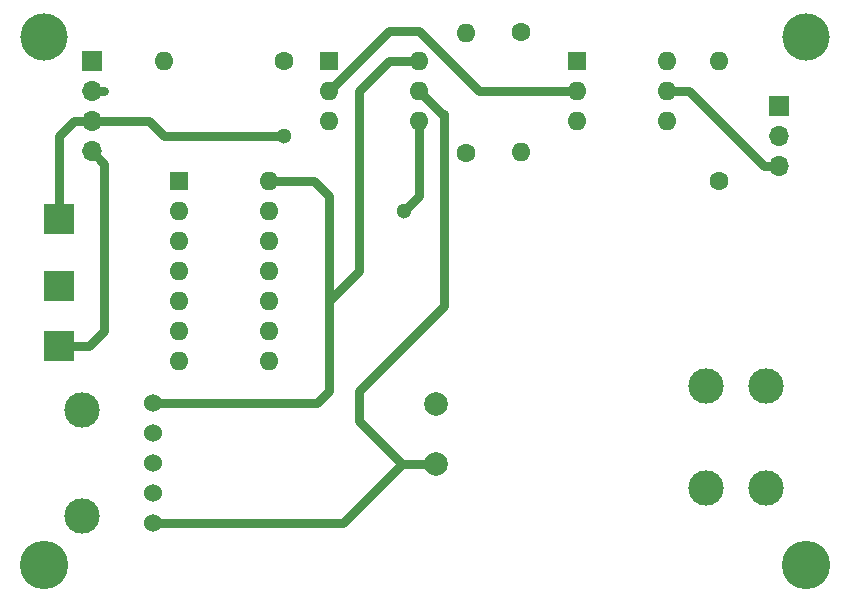
<source format=gbr>
%TF.GenerationSoftware,KiCad,Pcbnew,7.0.10*%
%TF.CreationDate,2024-11-29T16:25:44-07:00*%
%TF.ProjectId,PiTrac Connector Board,50695472-6163-4204-936f-6e6e6563746f,rev?*%
%TF.SameCoordinates,Original*%
%TF.FileFunction,Copper,L2,Bot*%
%TF.FilePolarity,Positive*%
%FSLAX46Y46*%
G04 Gerber Fmt 4.6, Leading zero omitted, Abs format (unit mm)*
G04 Created by KiCad (PCBNEW 7.0.10) date 2024-11-29 16:25:44*
%MOMM*%
%LPD*%
G01*
G04 APERTURE LIST*
%TA.AperFunction,ComponentPad*%
%ADD10R,1.600000X1.600000*%
%TD*%
%TA.AperFunction,ComponentPad*%
%ADD11O,1.600000X1.600000*%
%TD*%
%TA.AperFunction,ComponentPad*%
%ADD12R,1.700000X1.700000*%
%TD*%
%TA.AperFunction,ComponentPad*%
%ADD13O,1.700000X1.700000*%
%TD*%
%TA.AperFunction,ComponentPad*%
%ADD14C,2.000000*%
%TD*%
%TA.AperFunction,ComponentPad*%
%ADD15C,3.000000*%
%TD*%
%TA.AperFunction,ComponentPad*%
%ADD16C,1.600000*%
%TD*%
%TA.AperFunction,ComponentPad*%
%ADD17C,4.000000*%
%TD*%
%TA.AperFunction,ComponentPad*%
%ADD18R,2.500000X2.500000*%
%TD*%
%TA.AperFunction,ComponentPad*%
%ADD19C,4.100000*%
%TD*%
%TA.AperFunction,ComponentPad*%
%ADD20C,1.524000*%
%TD*%
%TA.AperFunction,ViaPad*%
%ADD21C,1.300000*%
%TD*%
%TA.AperFunction,Conductor*%
%ADD22C,0.800000*%
%TD*%
G04 APERTURE END LIST*
D10*
%TO.P,U2,1*%
%TO.N,Net-(R4-Pad1)*%
X155551400Y-81280000D03*
D11*
%TO.P,U2,2*%
%TO.N,GND1*%
X155551400Y-83820000D03*
%TO.P,U2,3*%
%TO.N,unconnected-(U2-Pad3)*%
X155551400Y-86360000D03*
%TO.P,U2,4*%
%TO.N,Net-(Sys2_Conn1-Pin_2)*%
X163171400Y-86360000D03*
%TO.P,U2,5*%
%TO.N,GND3*%
X163171400Y-83820000D03*
%TO.P,U2,6*%
%TO.N,+3.3V*%
X163171400Y-81280000D03*
%TD*%
D12*
%TO.P,Sys2_Conn1,1,Pin_1*%
%TO.N,+3.3V*%
X172720000Y-85090000D03*
D13*
%TO.P,Sys2_Conn1,2,Pin_2*%
%TO.N,Net-(Sys2_Conn1-Pin_2)*%
X172720000Y-87630000D03*
%TO.P,Sys2_Conn1,3,Pin_3*%
%TO.N,GND3*%
X172720000Y-90170000D03*
%TD*%
D12*
%TO.P,Sys1_Conn1,1,Pin_1*%
%TO.N,+3.3VA*%
X114485068Y-81280000D03*
D13*
%TO.P,Sys1_Conn1,2,Pin_2*%
%TO.N,Net-(Sys1_Conn1-Pin_2)*%
X114485068Y-83820000D03*
%TO.P,Sys1_Conn1,3,Pin_3*%
%TO.N,Net-(Sys1_Conn1-Pin_3)*%
X114485068Y-86360000D03*
%TO.P,Sys1_Conn1,4,Pin_4*%
%TO.N,GND1*%
X114485068Y-88900000D03*
%TD*%
D14*
%TO.P,U5,1,GND*%
%TO.N,GND2*%
X143625757Y-115391309D03*
%TO.P,U5,2,TRIG/PWM*%
%TO.N,Net-(U5-TRIG{slash}PWM)*%
X143625757Y-110311309D03*
D15*
%TO.P,U5,3,Vout-*%
%TO.N,unconnected-(U5-Vout--Pad3)*%
X166485757Y-108851309D03*
%TO.P,U5,4,Vout+*%
%TO.N,unconnected-(U5-Vout+-Pad4)*%
X171565757Y-108851309D03*
%TO.P,U5,5,Vin-*%
%TO.N,unconnected-(U5-Vin--Pad5)*%
X166485757Y-117431309D03*
%TO.P,U5,6,Vin+*%
%TO.N,unconnected-(U5-Vin+-Pad6)*%
X171565757Y-117431309D03*
%TD*%
D16*
%TO.P,R2,1*%
%TO.N,Net-(R2-Pad1)*%
X146176246Y-89079071D03*
D11*
%TO.P,R2,2*%
%TO.N,+5VP*%
X146176246Y-78919071D03*
%TD*%
D10*
%TO.P,U3,1*%
%TO.N,Net-(R1-Pad1)*%
X134620000Y-81280000D03*
D11*
%TO.P,U3,2*%
%TO.N,GND1*%
X134620000Y-83820000D03*
%TO.P,U3,3*%
%TO.N,unconnected-(U3-Pad3)*%
X134620000Y-86360000D03*
%TO.P,U3,4*%
%TO.N,Net-(R2-Pad1)*%
X142240000Y-86360000D03*
%TO.P,U3,5*%
%TO.N,GND2*%
X142240000Y-83820000D03*
%TO.P,U3,6*%
%TO.N,+5VP*%
X142240000Y-81280000D03*
%TD*%
D16*
%TO.P,R3,1*%
%TO.N,Net-(Sys2_Conn1-Pin_2)*%
X167640000Y-91440000D03*
D11*
%TO.P,R3,2*%
%TO.N,+3.3V*%
X167640000Y-81280000D03*
%TD*%
D17*
%TO.P,REF\u002A\u002A,1*%
%TO.N,N/C*%
X110500000Y-79300000D03*
%TD*%
D18*
%TO.P,Strobe1,1,1*%
%TO.N,Net-(Sys1_Conn1-Pin_2)*%
X111760000Y-100330000D03*
%TD*%
D19*
%TO.P,REF\u002A\u002A,1*%
%TO.N,N/C*%
X175000000Y-124000000D03*
%TD*%
D18*
%TO.P,Shutter1,1,1*%
%TO.N,Net-(Sys1_Conn1-Pin_3)*%
X111760000Y-94694197D03*
%TD*%
D10*
%TO.P,U4,1*%
%TO.N,N/C*%
X121920000Y-91440000D03*
D11*
%TO.P,U4,2*%
X121920000Y-93980000D03*
%TO.P,U4,3*%
X121920000Y-96520000D03*
%TO.P,U4,4*%
X121920000Y-99060000D03*
%TO.P,U4,5*%
X121920000Y-101600000D03*
%TO.P,U4,6*%
X121920000Y-104140000D03*
%TO.P,U4,7,GND*%
%TO.N,GND2*%
X121920000Y-106680000D03*
%TO.P,U4,8*%
%TO.N,N/C*%
X129540000Y-106680000D03*
%TO.P,U4,9*%
X129540000Y-104140000D03*
%TO.P,U4,10*%
X129540000Y-101600000D03*
%TO.P,U4,11*%
X129540000Y-99060000D03*
%TO.P,U4,12*%
%TO.N,Net-(U5-TRIG{slash}PWM)*%
X129540000Y-96520000D03*
%TO.P,U4,13*%
%TO.N,Net-(R2-Pad1)*%
X129540000Y-93980000D03*
%TO.P,U4,14,VCC*%
%TO.N,+5VP*%
X129540000Y-91440000D03*
%TD*%
D17*
%TO.P,REF\u002A\u002A,1*%
%TO.N,N/C*%
X175000000Y-79300000D03*
%TD*%
D16*
%TO.P,R1,1*%
%TO.N,Net-(R1-Pad1)*%
X130810000Y-81280000D03*
D11*
%TO.P,R1,2*%
%TO.N,Net-(Sys1_Conn1-Pin_2)*%
X120650000Y-81280000D03*
%TD*%
D19*
%TO.P,REF\u002A\u002A,1*%
%TO.N,N/C*%
X110500000Y-124000000D03*
%TD*%
D18*
%TO.P,Sys1_GND1,1,1*%
%TO.N,GND1*%
X111760000Y-105410000D03*
%TD*%
D16*
%TO.P,R4,1*%
%TO.N,Net-(R4-Pad1)*%
X150840032Y-78861002D03*
D11*
%TO.P,R4,2*%
%TO.N,Net-(Sys1_Conn1-Pin_3)*%
X150840032Y-89021002D03*
%TD*%
D20*
%TO.P,J3,1,VCC*%
%TO.N,+5VP*%
X119700000Y-110240000D03*
%TO.P,J3,2,D-*%
%TO.N,unconnected-(J3-D--Pad2)*%
X119700000Y-112780000D03*
%TO.P,J3,3,D+*%
%TO.N,unconnected-(J3-D+-Pad3)*%
X119700000Y-115320000D03*
%TO.P,J3,4,ID*%
%TO.N,unconnected-(J3-ID-Pad4)*%
X119700000Y-117860000D03*
%TO.P,J3,5,GND*%
%TO.N,GND2*%
X119700000Y-120400000D03*
D15*
%TO.P,J3,6*%
%TO.N,N/C*%
X113700000Y-110820000D03*
%TO.P,J3,7*%
X113700000Y-119820000D03*
%TD*%
D21*
%TO.N,Net-(R2-Pad1)*%
X140970000Y-93980000D03*
%TO.N,Net-(Sys1_Conn1-Pin_3)*%
X130810000Y-87630000D03*
%TD*%
D22*
%TO.N,GND1*%
X147320000Y-83820000D02*
X155551400Y-83820000D01*
X111760000Y-105410000D02*
X114300000Y-105410000D01*
X139700000Y-78740000D02*
X142240000Y-78740000D01*
X115570000Y-89984932D02*
X114485068Y-88900000D01*
X134620000Y-83820000D02*
X139700000Y-78740000D01*
X114300000Y-105410000D02*
X115570000Y-104140000D01*
X142240000Y-78740000D02*
X147320000Y-83820000D01*
X115570000Y-104140000D02*
X115570000Y-89984932D01*
%TO.N,Net-(R2-Pad1)*%
X142240000Y-92710000D02*
X140970000Y-93980000D01*
X142240000Y-86360000D02*
X142240000Y-92710000D01*
%TO.N,GND3*%
X165100000Y-83820000D02*
X171450000Y-90170000D01*
X163171400Y-83820000D02*
X165100000Y-83820000D01*
X171450000Y-90170000D02*
X172720000Y-90170000D01*
%TO.N,+5VP*%
X142240000Y-81280000D02*
X139700000Y-81280000D01*
X134620000Y-92710000D02*
X133350000Y-91440000D01*
X137160000Y-99060000D02*
X134620000Y-101600000D01*
X133609186Y-110230814D02*
X119700000Y-110230814D01*
X134620000Y-101600000D02*
X134620000Y-109220000D01*
X137160000Y-83820000D02*
X137160000Y-99060000D01*
X134620000Y-101600000D02*
X134620000Y-92710000D01*
X139700000Y-81280000D02*
X137160000Y-83820000D01*
X134620000Y-109220000D02*
X133609186Y-110230814D01*
X133350000Y-91440000D02*
X129540000Y-91440000D01*
%TO.N,GND2*%
X144340610Y-102039390D02*
X137160000Y-109220000D01*
X140791309Y-115391309D02*
X143625757Y-115391309D01*
X135791804Y-120390814D02*
X140791309Y-115391309D01*
X144185606Y-85765606D02*
X144340610Y-85765606D01*
X137160000Y-109220000D02*
X137160000Y-111760000D01*
X142240000Y-83820000D02*
X144185606Y-85765606D01*
X144340610Y-85765606D02*
X144340610Y-102039390D01*
X135791804Y-120390814D02*
X119700000Y-120390814D01*
X137160000Y-111760000D02*
X140791309Y-115391309D01*
%TO.N,Net-(Sys1_Conn1-Pin_3)*%
X113030000Y-86360000D02*
X111760000Y-87630000D01*
X119380000Y-86360000D02*
X114485068Y-86360000D01*
X111760000Y-87630000D02*
X111760000Y-94694197D01*
X114485068Y-86360000D02*
X113030000Y-86360000D01*
X120650000Y-87630000D02*
X119380000Y-86360000D01*
X130810000Y-87630000D02*
X120650000Y-87630000D01*
%TO.N,Net-(Sys1_Conn1-Pin_2)*%
X115570000Y-83820000D02*
X114485068Y-83820000D01*
%TD*%
M02*

</source>
